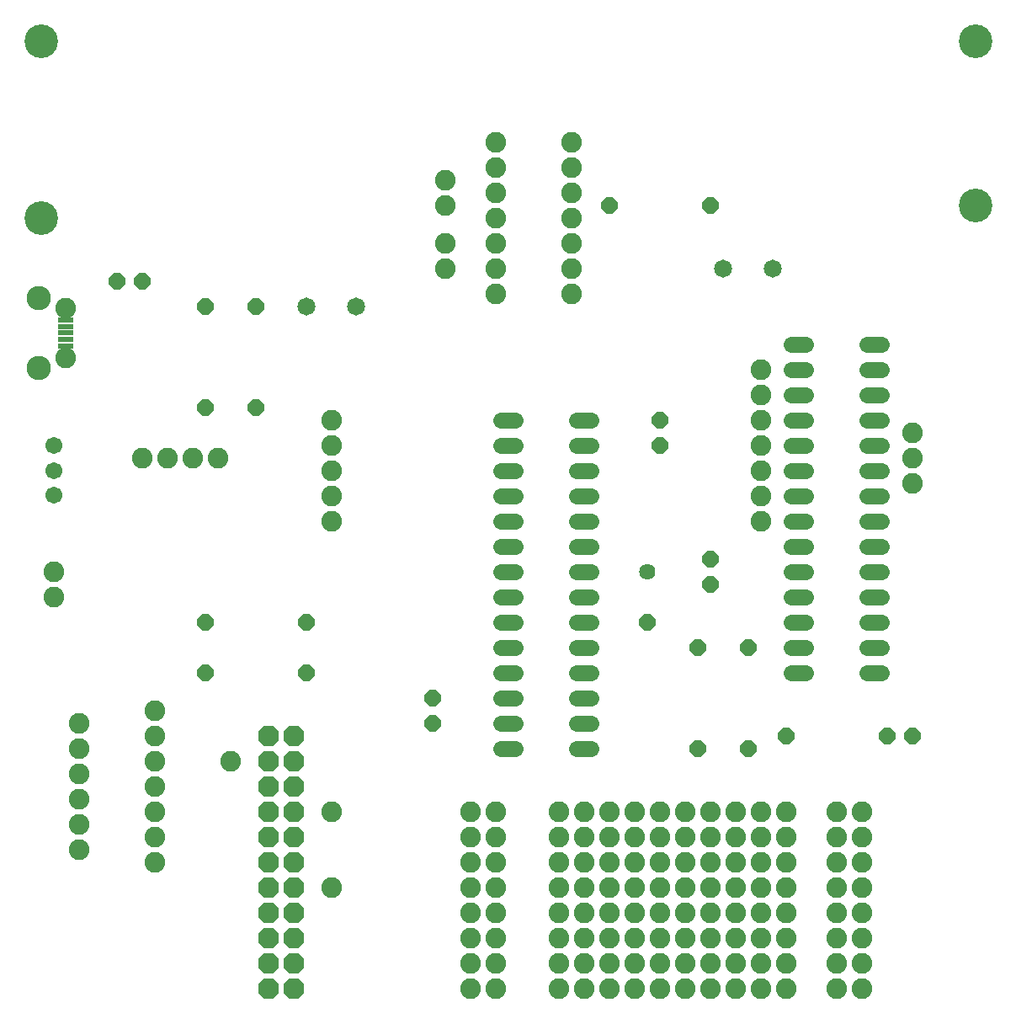
<source format=gts>
G75*
%MOIN*%
%OFA0B0*%
%FSLAX25Y25*%
%IPPOS*%
%LPD*%
%AMOC8*
5,1,8,0,0,1.08239X$1,22.5*
%
%ADD10C,0.13300*%
%ADD11C,0.06400*%
%ADD12R,0.06115X0.02375*%
%ADD13C,0.08182*%
%ADD14C,0.09658*%
%ADD15C,0.08200*%
%ADD16C,0.06743*%
%ADD17OC8,0.06400*%
%ADD18C,0.07137*%
%ADD19C,0.06400*%
%ADD20OC8,0.08200*%
D10*
X0106250Y0316800D03*
X0106250Y0386800D03*
X0476250Y0386800D03*
X0476250Y0321800D03*
D11*
X0439050Y0266800D02*
X0433450Y0266800D01*
X0433450Y0256800D02*
X0439050Y0256800D01*
X0439050Y0246800D02*
X0433450Y0246800D01*
X0433450Y0236800D02*
X0439050Y0236800D01*
X0439050Y0226800D02*
X0433450Y0226800D01*
X0433450Y0216800D02*
X0439050Y0216800D01*
X0439050Y0206800D02*
X0433450Y0206800D01*
X0433450Y0196800D02*
X0439050Y0196800D01*
X0439050Y0186800D02*
X0433450Y0186800D01*
X0433450Y0176800D02*
X0439050Y0176800D01*
X0439050Y0166800D02*
X0433450Y0166800D01*
X0433450Y0156800D02*
X0439050Y0156800D01*
X0439050Y0146800D02*
X0433450Y0146800D01*
X0433450Y0136800D02*
X0439050Y0136800D01*
X0409050Y0136800D02*
X0403450Y0136800D01*
X0403450Y0146800D02*
X0409050Y0146800D01*
X0409050Y0156800D02*
X0403450Y0156800D01*
X0403450Y0166800D02*
X0409050Y0166800D01*
X0409050Y0176800D02*
X0403450Y0176800D01*
X0403450Y0186800D02*
X0409050Y0186800D01*
X0409050Y0196800D02*
X0403450Y0196800D01*
X0403450Y0206800D02*
X0409050Y0206800D01*
X0409050Y0216800D02*
X0403450Y0216800D01*
X0403450Y0226800D02*
X0409050Y0226800D01*
X0409050Y0236800D02*
X0403450Y0236800D01*
X0403450Y0246800D02*
X0409050Y0246800D01*
X0409050Y0256800D02*
X0403450Y0256800D01*
X0403450Y0266800D02*
X0409050Y0266800D01*
X0324050Y0236800D02*
X0318450Y0236800D01*
X0318450Y0226800D02*
X0324050Y0226800D01*
X0324050Y0216800D02*
X0318450Y0216800D01*
X0318450Y0206800D02*
X0324050Y0206800D01*
X0324050Y0196800D02*
X0318450Y0196800D01*
X0318450Y0186800D02*
X0324050Y0186800D01*
X0324050Y0176800D02*
X0318450Y0176800D01*
X0318450Y0166800D02*
X0324050Y0166800D01*
X0324050Y0156800D02*
X0318450Y0156800D01*
X0318450Y0146800D02*
X0324050Y0146800D01*
X0324050Y0136800D02*
X0318450Y0136800D01*
X0318450Y0126800D02*
X0324050Y0126800D01*
X0324050Y0116800D02*
X0318450Y0116800D01*
X0318450Y0106800D02*
X0324050Y0106800D01*
X0294050Y0106800D02*
X0288450Y0106800D01*
X0288450Y0116800D02*
X0294050Y0116800D01*
X0294050Y0126800D02*
X0288450Y0126800D01*
X0288450Y0136800D02*
X0294050Y0136800D01*
X0294050Y0146800D02*
X0288450Y0146800D01*
X0288450Y0156800D02*
X0294050Y0156800D01*
X0294050Y0166800D02*
X0288450Y0166800D01*
X0288450Y0176800D02*
X0294050Y0176800D01*
X0294050Y0186800D02*
X0288450Y0186800D01*
X0288450Y0196800D02*
X0294050Y0196800D01*
X0294050Y0206800D02*
X0288450Y0206800D01*
X0288450Y0216800D02*
X0294050Y0216800D01*
X0294050Y0226800D02*
X0288450Y0226800D01*
X0288450Y0236800D02*
X0294050Y0236800D01*
D12*
X0115880Y0266182D03*
X0115880Y0268741D03*
X0115880Y0271300D03*
X0115880Y0273859D03*
X0115880Y0276418D03*
D13*
X0115880Y0281143D03*
X0115880Y0261457D03*
D14*
X0105250Y0257520D03*
X0105250Y0285080D03*
D15*
X0121250Y0066800D03*
X0121250Y0076800D03*
X0121250Y0086800D03*
X0121250Y0096800D03*
X0121250Y0106800D03*
X0121250Y0116800D03*
X0151250Y0111800D03*
X0151250Y0121800D03*
X0151250Y0101800D03*
X0151250Y0091800D03*
X0151250Y0081800D03*
X0151250Y0071800D03*
X0151250Y0061800D03*
X0181250Y0101800D03*
X0221250Y0081800D03*
X0221250Y0051800D03*
X0276250Y0051800D03*
X0276250Y0041800D03*
X0286250Y0041800D03*
X0286250Y0051800D03*
X0286250Y0061800D03*
X0276250Y0061800D03*
X0276250Y0071800D03*
X0276250Y0081800D03*
X0286250Y0081800D03*
X0286250Y0071800D03*
X0311250Y0071800D03*
X0311250Y0081800D03*
X0321250Y0081800D03*
X0321250Y0071800D03*
X0331250Y0071800D03*
X0331250Y0081800D03*
X0341250Y0081800D03*
X0341250Y0071800D03*
X0351250Y0071800D03*
X0351250Y0081800D03*
X0361250Y0081800D03*
X0361250Y0071800D03*
X0371250Y0071800D03*
X0371250Y0081800D03*
X0381250Y0081800D03*
X0381250Y0071800D03*
X0391250Y0071800D03*
X0391250Y0081800D03*
X0401250Y0081800D03*
X0401250Y0071800D03*
X0401250Y0061800D03*
X0391250Y0061800D03*
X0381250Y0061800D03*
X0371250Y0061800D03*
X0361250Y0061800D03*
X0351250Y0061800D03*
X0341250Y0061800D03*
X0331250Y0061800D03*
X0321250Y0061800D03*
X0311250Y0061800D03*
X0311250Y0051800D03*
X0311250Y0041800D03*
X0321250Y0041800D03*
X0321250Y0051800D03*
X0331250Y0051800D03*
X0331250Y0041800D03*
X0341250Y0041800D03*
X0341250Y0051800D03*
X0351250Y0051800D03*
X0351250Y0041800D03*
X0361250Y0041800D03*
X0361250Y0051800D03*
X0371250Y0051800D03*
X0371250Y0041800D03*
X0381250Y0041800D03*
X0381250Y0051800D03*
X0391250Y0051800D03*
X0391250Y0041800D03*
X0401250Y0041800D03*
X0401250Y0051800D03*
X0421250Y0051800D03*
X0421250Y0041800D03*
X0431250Y0041800D03*
X0431250Y0051800D03*
X0431250Y0061800D03*
X0421250Y0061800D03*
X0421250Y0071800D03*
X0421250Y0081800D03*
X0431250Y0081800D03*
X0431250Y0071800D03*
X0431250Y0031800D03*
X0431250Y0021800D03*
X0421250Y0021800D03*
X0421250Y0031800D03*
X0401250Y0031800D03*
X0401250Y0021800D03*
X0391250Y0021800D03*
X0391250Y0031800D03*
X0381250Y0031800D03*
X0381250Y0021800D03*
X0371250Y0021800D03*
X0371250Y0031800D03*
X0361250Y0031800D03*
X0361250Y0021800D03*
X0351250Y0021800D03*
X0351250Y0031800D03*
X0341250Y0031800D03*
X0341250Y0021800D03*
X0331250Y0021800D03*
X0331250Y0031800D03*
X0321250Y0031800D03*
X0321250Y0021800D03*
X0311250Y0021800D03*
X0311250Y0031800D03*
X0311250Y0011800D03*
X0321250Y0011800D03*
X0331250Y0011800D03*
X0341250Y0011800D03*
X0351250Y0011800D03*
X0361250Y0011800D03*
X0371250Y0011800D03*
X0381250Y0011800D03*
X0391250Y0011800D03*
X0401250Y0011800D03*
X0421250Y0011800D03*
X0431250Y0011800D03*
X0286250Y0011800D03*
X0276250Y0011800D03*
X0276250Y0021800D03*
X0276250Y0031800D03*
X0286250Y0031800D03*
X0286250Y0021800D03*
X0111250Y0166800D03*
X0111250Y0176800D03*
X0146250Y0221800D03*
X0156250Y0221800D03*
X0166250Y0221800D03*
X0176250Y0221800D03*
X0221250Y0216800D03*
X0221250Y0226800D03*
X0221250Y0236800D03*
X0221250Y0206800D03*
X0221250Y0196800D03*
X0286250Y0286800D03*
X0286250Y0296800D03*
X0286250Y0306800D03*
X0286250Y0316800D03*
X0286250Y0326800D03*
X0286250Y0336800D03*
X0286250Y0346800D03*
X0266250Y0331800D03*
X0266250Y0321800D03*
X0266250Y0306800D03*
X0266250Y0296800D03*
X0316250Y0296800D03*
X0316250Y0306800D03*
X0316250Y0316800D03*
X0316250Y0326800D03*
X0316250Y0336800D03*
X0316250Y0346800D03*
X0316250Y0286800D03*
X0391250Y0256800D03*
X0391250Y0246800D03*
X0391250Y0236800D03*
X0391250Y0226800D03*
X0391250Y0216800D03*
X0391250Y0206800D03*
X0391250Y0196800D03*
X0451250Y0211800D03*
X0451250Y0221800D03*
X0451250Y0231800D03*
D16*
X0111250Y0226643D03*
X0111250Y0216800D03*
X0111250Y0206957D03*
D17*
X0171250Y0241800D03*
X0191250Y0241800D03*
X0191250Y0281800D03*
X0171250Y0281800D03*
X0146250Y0291800D03*
X0136250Y0291800D03*
X0171250Y0156800D03*
X0171250Y0136800D03*
X0211250Y0136800D03*
X0211250Y0156800D03*
X0261250Y0126800D03*
X0261250Y0116800D03*
X0346250Y0156800D03*
X0366250Y0146800D03*
X0386250Y0146800D03*
X0371250Y0171800D03*
X0371250Y0181800D03*
X0351250Y0226800D03*
X0351250Y0236800D03*
X0331250Y0321800D03*
X0371250Y0321800D03*
X0401250Y0111800D03*
X0386250Y0106800D03*
X0366250Y0106800D03*
X0441250Y0111800D03*
X0441250Y0111800D03*
X0451250Y0111800D03*
D18*
X0231093Y0281800D03*
X0211407Y0281800D03*
X0376407Y0296800D03*
X0396093Y0296800D03*
D19*
X0346250Y0176800D03*
D20*
X0206250Y0111800D03*
X0196250Y0111800D03*
X0196250Y0101800D03*
X0196250Y0091800D03*
X0206250Y0091800D03*
X0206250Y0101800D03*
X0206250Y0081800D03*
X0206250Y0071800D03*
X0196250Y0071800D03*
X0196250Y0081800D03*
X0196250Y0061800D03*
X0206250Y0061800D03*
X0206250Y0051800D03*
X0206250Y0041800D03*
X0196250Y0041800D03*
X0196250Y0051800D03*
X0196250Y0031800D03*
X0196250Y0021800D03*
X0206250Y0021800D03*
X0206250Y0031800D03*
X0206250Y0011800D03*
X0196250Y0011800D03*
M02*

</source>
